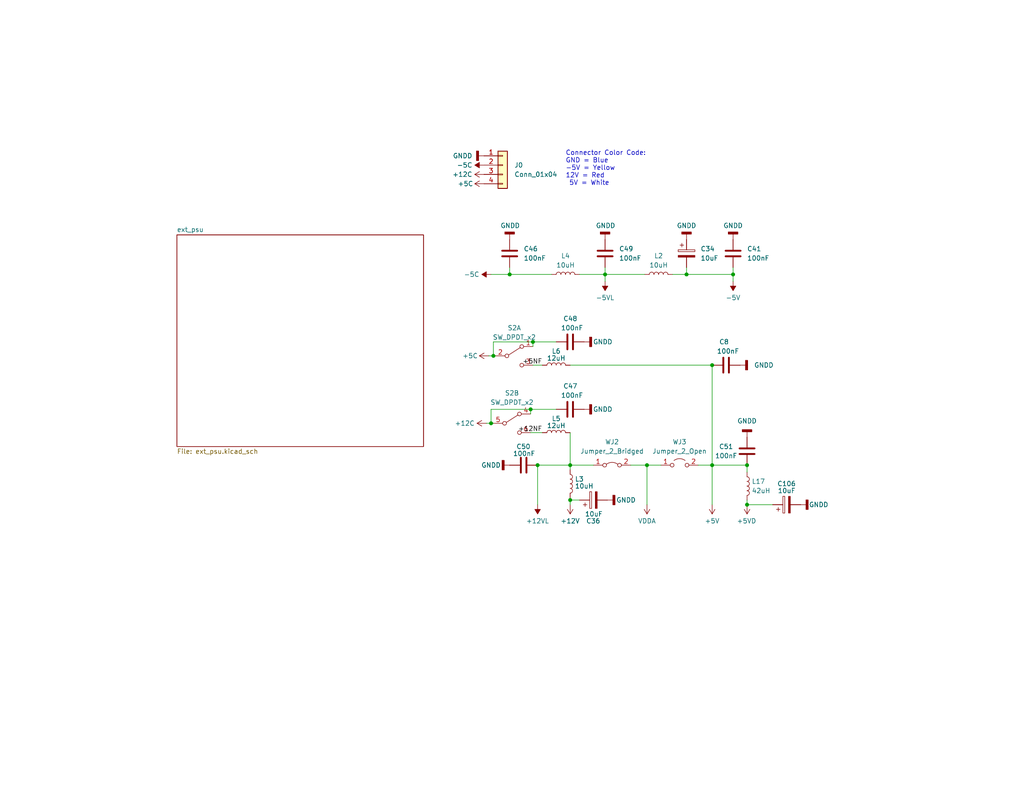
<source format=kicad_sch>
(kicad_sch (version 20211123) (generator eeschema)
  (paper "USLetter")
  (title_block (title "Colecovision Schematic") (date "2023-01-09") (rev "F.0") (comment 1 "Jay Convertino"))
  (lib_symbols
    (symbol "Connector_Generic:Conn_01x04" (pin_names (offset 1.016) hide)
      (property "Reference" "J" (at 0 5.08 0))
      (property "Value" "Conn_01x04" (at 0 -7.62 0))
      (symbol "Conn_01x04_1_1"
        (rectangle (start -1.27 -4.953) (end 0 -5.207) (stroke (width 0.1524)))
        (rectangle (start -1.27 -2.413) (end 0 -2.667) (stroke (width 0.1524)))
        (rectangle (start -1.27 0.127) (end 0 -0.127) (stroke (width 0.1524)))
        (rectangle (start -1.27 2.667) (end 0 2.413) (stroke (width 0.1524)))
        (rectangle (start -1.27 3.81) (end 1.27 -6.35) (stroke (width 0.254)) (fill (type background)))
        (pin passive line (at -5.08 2.54 0) (length 3.81) (name "Pin_1") (number "1"))
        (pin passive line (at -5.08 0 0) (length 3.81) (name "Pin_2") (number "2"))
        (pin passive line (at -5.08 -2.54 0) (length 3.81) (name "Pin_3") (number "3"))
        (pin passive line (at -5.08 -5.08 0) (length 3.81) (name "Pin_4") (number "4"))
      )
    )
    (symbol "Device:C" (pin_numbers hide) (pin_names (offset 0.254))
      (property "Reference" "C" (at 0.635 2.54 0))
      (property "Value" "C" (at 0.635 -2.54 0))
      (symbol "C_0_1"
        (polyline (pts (xy -2.032 -0.762) (xy 2.032 -0.762)) (stroke (width 0.508)))
        (polyline (pts (xy -2.032 0.762) (xy 2.032 0.762)) (stroke (width 0.508)))
      )
      (symbol "C_1_1"
        (pin passive line (at 0 3.81 270) (length 2.794) (name "~") (number "1"))
        (pin passive line (at 0 -3.81 90) (length 2.794) (name "~") (number "2"))
      )
    )
    (symbol "Device:C_Polarized" (pin_numbers hide) (pin_names (offset 0.254))
      (property "Reference" "C" (at 0.635 2.54 0))
      (property "Value" "C_Polarized" (at 0.635 -2.54 0))
      (symbol "C_Polarized_0_1"
        (rectangle (start -2.286 0.508) (end 2.286 1.016))
        (polyline (pts (xy -1.778 2.286) (xy -0.762 2.286)))
        (polyline (pts (xy -1.27 2.794) (xy -1.27 1.778)))
        (rectangle (start 2.286 -0.508) (end -2.286 -1.016) (fill (type outline)))
      )
      (symbol "C_Polarized_1_1"
        (pin passive line (at 0 3.81 270) (length 2.794) (name "~") (number "1"))
        (pin passive line (at 0 -3.81 90) (length 2.794) (name "~") (number "2"))
      )
    )
    (symbol "Device:L" (pin_numbers hide) (pin_names (offset 1.016) hide)
      (property "Reference" "L" (at -1.27 0 90))
      (property "Value" "L" (at 1.905 0 90))
      (symbol "L_0_1"
        (arc (start 0 -2.54) (mid 0.635 -1.905) (end 0 -1.27))
        (arc (start 0 -1.27) (mid 0.635 -0.635) (end 0 0))
        (arc (start 0 0) (mid 0.635 0.635) (end 0 1.27))
        (arc (start 0 1.27) (mid 0.635 1.905) (end 0 2.54))
      )
      (symbol "L_1_1"
        (pin passive line (at 0 3.81 270) (length 1.27) (name "1") (number "1"))
        (pin passive line (at 0 -3.81 90) (length 1.27) (name "2") (number "2"))
      )
    )
    (symbol "Jumper:Jumper_2_Bridged" (pin_names (offset 0) hide)
      (property "Reference" "JP" (at 0 1.905 0))
      (property "Value" "Jumper_2_Bridged" (at 0 -2.54 0))
      (symbol "Jumper_2_Bridged_0_0"
        (circle (center -2.032 0) (radius 0.508))
        (circle (center 2.032 0) (radius 0.508))
      )
      (symbol "Jumper_2_Bridged_0_1"
        (arc (start 1.524 0.254) (mid 0 0.762) (end -1.524 0.254))
      )
      (symbol "Jumper_2_Bridged_1_1"
        (pin passive line (at -5.08 0 0) (length 2.54) (name "A") (number "1"))
        (pin passive line (at 5.08 0 180) (length 2.54) (name "B") (number "2"))
      )
    )
    (symbol "Jumper:Jumper_2_Open" (pin_names (offset 0) hide)
      (property "Reference" "JP" (at 0 2.794 0))
      (property "Value" "Jumper_2_Open" (at 0 -2.286 0))
      (symbol "Jumper_2_Open_0_0"
        (circle (center -2.032 0) (radius 0.508))
        (circle (center 2.032 0) (radius 0.508))
      )
      (symbol "Jumper_2_Open_0_1"
        (arc (start 1.524 1.27) (mid 0 1.778) (end -1.524 1.27))
      )
      (symbol "Jumper_2_Open_1_1"
        (pin passive line (at -5.08 0 0) (length 2.54) (name "A") (number "1"))
        (pin passive line (at 5.08 0 180) (length 2.54) (name "B") (number "2"))
      )
    )
    (symbol "Power_Symbols:+12VL" (power) (pin_names (offset 0))
      (property "Value" "+12VL" (at 0 3.81 0))
      (symbol "+12VL_0_0"
        (pin power_in line (at 0 0 90) (length 0) hide (name "+12VL") (number "1"))
      )
      (symbol "+12VL_0_1"
        (polyline (pts (xy 0 0) (xy 0 1.27) (xy 0.762 1.27) (xy 0 2.54) (xy -0.762 1.27) (xy 0 1.27)) (fill (type outline)))
      )
    )
    (symbol "Power_Symbols:-5C" (power) (pin_names (offset 0))
      (property "Value" "-5C" (at 0 3.81 0))
      (symbol "-5C_0_0"
        (pin power_in line (at 0 0 90) (length 0) hide (name "-5C") (number "1"))
      )
      (symbol "-5C_0_1"
        (polyline (pts (xy 0 0) (xy 0 1.27) (xy 0.762 1.27) (xy 0 2.54) (xy -0.762 1.27) (xy 0 1.27)) (fill (type outline)))
      )
    )
    (symbol "Power_Symbols:-5VL" (power) (pin_names (offset 0))
      (property "Value" "-5VL" (at 0 3.81 0))
      (symbol "-5VL_0_0"
        (pin power_in line (at 0 0 90) (length 0) hide (name "-5VL") (number "1"))
      )
      (symbol "-5VL_0_1"
        (polyline (pts (xy 0 0) (xy 0 1.27) (xy 0.762 1.27) (xy 0 2.54) (xy -0.762 1.27) (xy 0 1.27)) (fill (type outline)))
      )
    )
    (symbol "Switch:SW_DPDT_x2" (pin_names (offset 0) hide)
      (property "Reference" "SW" (at 0 4.318 0))
      (property "Value" "SW_DPDT_x2" (at 0 -5.08 0))
      (symbol "SW_DPDT_x2_0_0"
        (circle (center -2.032 0) (radius 0.508))
        (circle (center 2.032 -2.54) (radius 0.508))
      )
      (symbol "SW_DPDT_x2_0_1"
        (polyline (pts (xy -1.524 0.254) (xy 1.651 2.286)))
        (circle (center 2.032 2.54) (radius 0.508))
      )
      (symbol "SW_DPDT_x2_1_1"
        (pin passive line (at 5.08 2.54 180) (length 2.54) (name "A") (number "1"))
        (pin passive line (at -5.08 0 0) (length 2.54) (name "B") (number "2"))
        (pin passive line (at 5.08 -2.54 180) (length 2.54) (name "C") (number "3"))
      )
      (symbol "SW_DPDT_x2_2_1"
        (pin passive line (at 5.08 2.54 180) (length 2.54) (name "A") (number "4"))
        (pin passive line (at -5.08 0 0) (length 2.54) (name "B") (number "5"))
        (pin passive line (at 5.08 -2.54 180) (length 2.54) (name "C") (number "6"))
      )
    )
    (symbol "power:+12C" (power) (pin_names (offset 0))
      (property "Value" "+12C" (at 0 3.81 0))
      (symbol "+12C_0_1"
        (polyline (pts (xy -0.762 1.27) (xy 0 2.54)))
        (polyline (pts (xy 0 0) (xy 0 2.54)))
        (polyline (pts (xy 0 2.54) (xy 0.762 1.27)))
      )
      (symbol "+12C_1_1"
        (pin power_in line (at 0 0 90) (length 0) hide (name "+12C") (number "1"))
      )
    )
    (symbol "power:+12V" (power) (pin_names (offset 0))
      (property "Value" "+12V" (at 0 3.556 0))
      (symbol "+12V_0_1"
        (polyline (pts (xy -0.762 1.27) (xy 0 2.54)))
        (polyline (pts (xy 0 0) (xy 0 2.54)))
        (polyline (pts (xy 0 2.54) (xy 0.762 1.27)))
      )
      (symbol "+12V_1_1"
        (pin power_in line (at 0 0 90) (length 0) hide (name "+12V") (number "1"))
      )
    )
    (symbol "power:+5C" (power) (pin_names (offset 0))
      (property "Value" "+5C" (at 0 3.556 0))
      (symbol "+5C_0_1"
        (polyline (pts (xy -0.762 1.27) (xy 0 2.54)))
        (polyline (pts (xy 0 0) (xy 0 2.54)))
        (polyline (pts (xy 0 2.54) (xy 0.762 1.27)))
      )
      (symbol "+5C_1_1"
        (pin power_in line (at 0 0 90) (length 0) hide (name "+5C") (number "1"))
      )
    )
    (symbol "power:+5V" (power) (pin_names (offset 0))
      (property "Value" "+5V" (at 0 3.556 0))
      (symbol "+5V_0_1"
        (polyline (pts (xy -0.762 1.27) (xy 0 2.54)))
        (polyline (pts (xy 0 0) (xy 0 2.54)))
        (polyline (pts (xy 0 2.54) (xy 0.762 1.27)))
      )
      (symbol "+5V_1_1"
        (pin power_in line (at 0 0 90) (length 0) hide (name "+5V") (number "1"))
      )
    )
    (symbol "power:+5VD" (power) (pin_names (offset 0))
      (property "Value" "+5VD" (at 0 3.556 0))
      (symbol "+5VD_0_1"
        (polyline (pts (xy -0.762 1.27) (xy 0 2.54)))
        (polyline (pts (xy 0 0) (xy 0 2.54)))
        (polyline (pts (xy 0 2.54) (xy 0.762 1.27)))
      )
      (symbol "+5VD_1_1"
        (pin power_in line (at 0 0 90) (length 0) hide (name "+5VD") (number "1"))
      )
    )
    (symbol "power:-5V" (power) (pin_names (offset 0))
      (property "Value" "-5V" (at 0 3.81 0))
      (symbol "-5V_0_0"
        (pin power_in line (at 0 0 90) (length 0) hide (name "-5V") (number "1"))
      )
      (symbol "-5V_0_1"
        (polyline (pts (xy 0 0) (xy 0 1.27) (xy 0.762 1.27) (xy 0 2.54) (xy -0.762 1.27) (xy 0 1.27)) (fill (type outline)))
      )
    )
    (symbol "power:GNDD" (power) (pin_names (offset 0))
      (property "Value" "GNDD" (at 0 -3.175 0))
      (symbol "GNDD_0_1"
        (rectangle (start -1.27 -1.524) (end 1.27 -2.032) (stroke (width 0.254)) (fill (type outline)))
        (polyline (pts (xy 0 0) (xy 0 -1.524)))
      )
      (symbol "GNDD_1_1"
        (pin power_in line (at 0 0 270) (length 0) hide (name "GNDD") (number "1"))
      )
    )
    (symbol "power:VDDA" (power) (pin_names (offset 0))
      (property "Value" "VDDA" (at 0 3.81 0))
      (symbol "VDDA_0_1"
        (polyline (pts (xy -0.762 1.27) (xy 0 2.54)))
        (polyline (pts (xy 0 0) (xy 0 2.54)))
        (polyline (pts (xy 0 2.54) (xy 0.762 1.27)))
      )
      (symbol "VDDA_1_1"
        (pin power_in line (at 0 0 90) (length 0) hide (name "VDDA") (number "1"))
      )
    )
  )
  (junction (at 194.31 99.695))
  (junction (at 155.575 136.525))
  (junction (at 203.835 127))
  (junction (at 194.31 127))
  (junction (at 146.685 127))
  (junction (at 176.53 127))
  (junction (at 144.78 111.76))
  (junction (at 134.62 97.155))
  (junction (at 203.835 137.795))
  (junction (at 200.025 74.93))
  (junction (at 145.415 93.345))
  (junction (at 187.325 74.93))
  (junction (at 139.065 74.93))
  (junction (at 165.1 74.93))
  (junction (at 155.575 127))
  (junction (at 133.985 115.57))
  (wire (pts (xy 194.31 137.795) (xy 194.31 127)))
  (wire (pts (xy 200.025 76.835) (xy 200.025 74.93)))
  (wire (pts (xy 134.62 97.155) (xy 134.62 93.345)))
  (wire (pts (xy 155.575 136.525) (xy 155.575 137.795)))
  (wire (pts (xy 155.575 99.695) (xy 194.31 99.695)))
  (wire (pts (xy 155.575 127) (xy 155.575 118.11)))
  (wire (pts (xy 155.575 128.27) (xy 155.575 127)))
  (wire (pts (xy 158.115 74.93) (xy 165.1 74.93)))
  (wire (pts (xy 194.31 127) (xy 190.5 127)))
  (wire (pts (xy 203.835 127) (xy 203.835 128.905)))
  (wire (pts (xy 203.835 137.795) (xy 210.82 137.795)))
  (wire (pts (xy 155.575 135.89) (xy 155.575 136.525)))
  (wire (pts (xy 158.115 136.525) (xy 155.575 136.525)))
  (wire (pts (xy 194.31 99.695) (xy 194.31 127)))
  (wire (pts (xy 133.35 97.155) (xy 134.62 97.155)))
  (wire (pts (xy 134.62 93.345) (xy 145.415 93.345)))
  (wire (pts (xy 132.715 115.57) (xy 133.985 115.57)))
  (wire (pts (xy 165.1 74.93) (xy 175.895 74.93)))
  (wire (pts (xy 172.085 127) (xy 176.53 127)))
  (wire (pts (xy 133.985 74.93) (xy 139.065 74.93)))
  (wire (pts (xy 187.325 74.93) (xy 183.515 74.93)))
  (wire (pts (xy 155.575 127) (xy 146.685 127)))
  (wire (pts (xy 200.025 73.025) (xy 200.025 74.93)))
  (wire (pts (xy 165.1 74.93) (xy 165.1 76.835)))
  (wire (pts (xy 133.985 115.57) (xy 134.62 115.57)))
  (wire (pts (xy 176.53 127) (xy 180.34 127)))
  (wire (pts (xy 134.62 97.155) (xy 135.255 97.155)))
  (wire (pts (xy 144.78 111.76) (xy 151.765 111.76)))
  (wire (pts (xy 144.78 118.11) (xy 147.955 118.11)))
  (wire (pts (xy 151.765 93.345) (xy 145.415 93.345)))
  (wire (pts (xy 155.575 127) (xy 161.925 127)))
  (wire (pts (xy 150.495 74.93) (xy 139.065 74.93)))
  (wire (pts (xy 200.025 74.93) (xy 187.325 74.93)))
  (wire (pts (xy 165.1 73.025) (xy 165.1 74.93)))
  (wire (pts (xy 144.78 111.76) (xy 133.985 111.76)))
  (wire (pts (xy 144.78 113.03) (xy 144.78 111.76)))
  (wire (pts (xy 203.835 136.525) (xy 203.835 137.795)))
  (wire (pts (xy 194.31 127) (xy 203.835 127)))
  (wire (pts (xy 145.415 99.695) (xy 147.955 99.695)))
  (wire (pts (xy 176.53 137.795) (xy 176.53 127)))
  (wire (pts (xy 139.065 73.025) (xy 139.065 74.93)))
  (wire (pts (xy 145.415 93.345) (xy 145.415 94.615)))
  (wire (pts (xy 133.985 111.76) (xy 133.985 115.57)))
  (wire (pts (xy 187.325 73.025) (xy 187.325 74.93)))
  (wire (pts (xy 146.685 127) (xy 146.685 137.795)))
  (text "Connector Color Code:\nGND = Blue\n-5V = Yellow\n12V = Red\n 5V = White" (at 154.305 50.8 0) (effects (font (size 1.27 1.27)) (justify left bottom)))
  (label "+12NF" (at 147.955 118.11 180))
  (label "+5NF" (at 147.955 99.695 180))
  (symbol (lib_id "Device:L") (at 151.765 99.695 90) (unit 1)
    (property "Reference" "L6" (at 151.765 95.885 90))
    (property "Value" "12uH" (at 151.765 97.79 90))
    (property "Footprint" "Inductor_THT:L_Axial_L12.8mm_D5.8mm_P25.40mm_Horizontal_Fastron_HBCC" (effects hide))
  )
  (symbol (lib_id "Power_Symbols:-5VL") (at 165.1 76.835 180) (unit 1)
    (property "Reference" "#PWR0123" (effects hide))
    (property "Value" "-5VL" (at 165.1 81.28 0))
  )
  (symbol (lib_id "power:+12V") (at 155.575 137.795 180) (unit 1)
    (property "Reference" "#PWR0108" (effects hide))
    (property "Value" "+12V" (at 155.575 142.24 0))
  )
  (symbol (lib_id "Device:C") (at 203.835 123.19 180) (unit 1)
    (property "Reference" "C51" (at 198.12 121.92 0))
    (property "Value" "100nF" (at 198.12 124.46 0))
    (property "Footprint" "Capacitor_THT:C_Disc_D7.0mm_W2.5mm_P5.00mm" (effects hide))
  )
  (symbol (lib_id "Device:L") (at 179.705 74.93 90) (unit 1)
    (property "Reference" "L2" (at 179.705 69.85 90))
    (property "Value" "10uH" (at 179.705 72.39 90))
    (property "Footprint" "Inductor_THT:L_Axial_L11.0mm_D4.5mm_P7.62mm_Vertical_Fastron_MECC" (effects hide))
  )
  (symbol (lib_id "Device:L") (at 155.575 132.08 0) (unit 1)
    (property "Reference" "L3" (at 156.845 130.8099 0) (effects (justify left)))
    (property "Value" "10uH" (at 156.845 132.715 0) (effects (justify left)))
    (property "Footprint" "Inductor_THT:L_Axial_L11.0mm_D4.5mm_P7.62mm_Vertical_Fastron_MECC" (effects hide))
  )
  (symbol (lib_id "power:+12C") (at 132.08 47.625 90) (unit 1)
    (property "Reference" "#PWR0116" (effects hide))
    (property "Value" "+12C" (at 128.905 47.625 90) (effects (justify left)))
  )
  (symbol (lib_id "power:VDDA") (at 176.53 137.795 180) (unit 1)
    (property "Reference" "#PWR0107" (effects hide))
    (property "Value" "VDDA" (at 176.53 142.24 0))
  )
  (symbol (lib_id "Device:C") (at 155.575 93.345 270) (unit 1)
    (property "Reference" "C48" (at 153.67 86.995 90) (effects (justify left)))
    (property "Value" "100nF" (at 153.035 89.535 90) (effects (justify left)))
    (property "Footprint" "Capacitor_THT:C_Disc_D7.0mm_W2.5mm_P5.00mm" (effects hide))
  )
  (symbol (lib_id "Switch:SW_DPDT_x2") (at 139.7 115.57 0) (unit 2)
    (property "Reference" "S2" (at 139.7 107.315 0))
    (property "Value" "SW_DPDT_x2" (at 139.7 109.855 0))
    (property "Footprint" "Switches_THT:DPDT_GF-626-0061" (effects hide))
  )
  (symbol (lib_id "power:GNDD") (at 165.735 136.525 90) (unit 1)
    (property "Reference" "#PWR0268" (effects hide))
    (property "Value" "GNDD" (at 170.815 136.525 90))
  )
  (symbol (lib_id "Power_Symbols:+12VL") (at 146.685 137.795 0) (mirror x) (unit 1)
    (property "Reference" "#PWR0109" (effects hide))
    (property "Value" "+12VL" (at 143.51 142.24 0) (effects (justify left)))
  )
  (symbol (lib_id "Device:C") (at 198.12 99.695 270) (unit 1)
    (property "Reference" "C8" (at 196.215 93.345 90) (effects (justify left)))
    (property "Value" "100nF" (at 195.58 95.885 90) (effects (justify left)))
    (property "Footprint" "Capacitor_THT:C_Disc_D7.0mm_W2.5mm_P5.00mm" (effects hide))
  )
  (symbol (lib_id "power:GNDD") (at 159.385 93.345 90) (unit 1)
    (property "Reference" "#PWR0106" (effects hide))
    (property "Value" "GNDD" (at 164.465 93.345 90))
  )
  (symbol (lib_id "power:GNDD") (at 139.065 127 270) (mirror x) (unit 1)
    (property "Reference" "#PWR0112" (effects hide))
    (property "Value" "GNDD" (at 133.985 127 90))
  )
  (symbol (lib_id "Device:C_Polarized") (at 214.63 137.795 90) (unit 1)
    (property "Reference" "C106" (at 214.63 132.08 90))
    (property "Value" "10uF" (at 214.63 133.985 90))
    (property "Footprint" "Capacitor_THT:CP_Radial_Tantal_D4.5mm_P2.50mm" (effects hide))
  )
  (symbol (lib_id "power:+5C") (at 132.08 50.165 90) (unit 1)
    (property "Reference" "#PWR0117" (effects hide))
    (property "Value" "+5C" (at 127 50.165 90))
  )
  (symbol (lib_id "power:GNDD") (at 200.025 65.405 180) (unit 1)
    (property "Reference" "#PWR0122" (effects hide))
    (property "Value" "GNDD" (at 200.025 61.595 0))
  )
  (symbol (lib_id "power:GNDD") (at 165.1 65.405 180) (unit 1)
    (property "Reference" "#PWR0119" (effects hide))
    (property "Value" "GNDD" (at 162.56 61.595 0) (effects (justify right)))
  )
  (symbol (lib_id "Device:C_Polarized") (at 187.325 69.215 0) (unit 1)
    (property "Reference" "C34" (at 191.135 67.945 0) (effects (justify left)))
    (property "Value" "10uF" (at 191.135 70.485 0) (effects (justify left)))
    (property "Footprint" "Capacitor_THT:CP_Radial_Tantal_D4.5mm_P5.00mm" (effects hide))
  )
  (symbol (lib_id "power:GNDD") (at 203.835 119.38 180) (unit 1)
    (property "Reference" "#PWR0103" (effects hide))
    (property "Value" "GNDD" (at 203.835 114.935 0))
  )
  (symbol (lib_id "Device:C") (at 155.575 111.76 270) (unit 1)
    (property "Reference" "C47" (at 153.67 105.41 90) (effects (justify left)))
    (property "Value" "100nF" (at 153.035 107.95 90) (effects (justify left)))
    (property "Footprint" "Capacitor_THT:C_Disc_D7.0mm_W2.5mm_P5.00mm" (effects hide))
  )
  (symbol (lib_id "Device:C") (at 165.1 69.215 0) (unit 1)
    (property "Reference" "C49" (at 168.91 67.9449 0) (effects (justify left)))
    (property "Value" "100nF" (at 168.91 70.4849 0) (effects (justify left)))
    (property "Footprint" "Capacitor_THT:C_Disc_D7.0mm_W2.5mm_P5.00mm" (effects hide))
  )
  (symbol (lib_id "Device:L") (at 154.305 74.93 90) (unit 1)
    (property "Reference" "L4" (at 154.305 69.85 90))
    (property "Value" "10uH" (at 154.305 72.39 90))
    (property "Footprint" "Inductor_THT:L_Axial_L11.0mm_D4.5mm_P7.62mm_Vertical_Fastron_MECC" (effects hide))
  )
  (symbol (lib_id "power:GNDD") (at 132.08 42.545 270) (unit 1)
    (property "Reference" "#PWR0115" (effects hide))
    (property "Value" "GNDD" (at 128.905 42.545 90) (effects (justify right)))
  )
  (symbol (lib_id "Device:C") (at 139.065 69.215 0) (unit 1)
    (property "Reference" "C46" (at 142.875 67.9449 0) (effects (justify left)))
    (property "Value" "100nF" (at 142.875 70.4849 0) (effects (justify left)))
    (property "Footprint" "Capacitor_THT:C_Disc_D7.0mm_W2.5mm_P5.00mm" (effects hide))
  )
  (symbol (lib_id "power:GNDD") (at 159.385 111.76 90) (unit 1)
    (property "Reference" "#PWR0105" (effects hide))
    (property "Value" "GNDD" (at 164.465 111.76 90))
  )
  (symbol (lib_id "Power_Symbols:-5C") (at 133.985 74.93 90) (unit 1)
    (property "Reference" "#PWR0114" (effects hide))
    (property "Value" "-5C" (at 130.81 74.9299 90) (effects (justify left)))
  )
  (symbol (lib_id "power:GNDD") (at 201.93 99.695 90) (unit 1)
    (property "Reference" "#PWR0262" (effects hide))
    (property "Value" "GNDD" (at 205.74 99.6949 90) (effects (justify right)))
  )
  (symbol (lib_id "Jumper:Jumper_2_Bridged") (at 167.005 127 0) (unit 1)
    (property "Reference" "WJ2" (at 167.005 120.65 0))
    (property "Value" "Jumper_2_Bridged" (at 167.005 123.19 0))
    (property "Footprint" "Resistor_THT:R_Axial_DIN0207_L6.3mm_D2.5mm_P15.24mm_Horizontal" (effects hide))
  )
  (symbol (lib_id "Switch:SW_DPDT_x2") (at 140.335 97.155 0) (unit 1)
    (property "Reference" "S2" (at 140.335 89.535 0))
    (property "Value" "SW_DPDT_x2" (at 140.335 92.075 0))
    (property "Footprint" "Switches_THT:DPDT_GF-626-0061" (effects hide))
  )
  (symbol (lib_id "power:GNDD") (at 218.44 137.795 90) (unit 1)
    (property "Reference" "#PWR0101" (effects hide))
    (property "Value" "GNDD" (at 226.06 137.795 90) (effects (justify left)))
  )
  (symbol (lib_id "power:GNDD") (at 187.325 65.405 180) (unit 1)
    (property "Reference" "#PWR0121" (effects hide))
    (property "Value" "GNDD" (at 187.325 61.595 0))
  )
  (symbol (lib_id "Jumper:Jumper_2_Open") (at 185.42 127 0) (unit 1)
    (property "Reference" "WJ3" (at 185.42 120.65 0))
    (property "Value" "Jumper_2_Open" (at 185.42 123.19 0))
    (property "Footprint" "Resistor_THT:R_Axial_DIN0207_L6.3mm_D2.5mm_P15.24mm_Horizontal" (effects hide))
  )
  (symbol (lib_id "power:+5VD") (at 203.835 137.795 180) (unit 1)
    (property "Reference" "#PWR0104" (effects hide))
    (property "Value" "+5VD" (at 206.375 142.24 0) (effects (justify left)))
  )
  (symbol (lib_id "Device:L") (at 203.835 132.715 0) (unit 1)
    (property "Reference" "L17" (at 205.105 131.4449 0) (effects (justify left)))
    (property "Value" "42uH" (at 205.105 133.9849 0) (effects (justify left)))
    (property "Footprint" "Inductor_THT:L_Axial_L11.0mm_D4.5mm_P7.62mm_Vertical_Fastron_MECC" (effects hide))
  )
  (symbol (lib_id "power:+5V") (at 194.31 137.795 180) (unit 1)
    (property "Reference" "#PWR0102" (effects hide))
    (property "Value" "+5V" (at 194.31 142.24 0))
  )
  (symbol (lib_id "Device:C") (at 200.025 69.215 0) (unit 1)
    (property "Reference" "C41" (at 203.835 67.945 0) (effects (justify left)))
    (property "Value" "100nF" (at 203.835 70.485 0) (effects (justify left)))
    (property "Footprint" "Capacitor_THT:C_Disc_D7.0mm_W2.5mm_P5.00mm" (effects hide))
  )
  (symbol (lib_id "power:+12C") (at 132.715 115.57 90) (unit 1)
    (property "Reference" "#PWR0111" (effects hide))
    (property "Value" "+12C" (at 129.54 115.57 90) (effects (justify left)))
  )
  (symbol (lib_id "Device:C") (at 142.875 127 90) (mirror x) (unit 1)
    (property "Reference" "C50" (at 144.78 121.92 90) (effects (justify left)))
    (property "Value" "100nF" (at 146.05 123.825 90) (effects (justify left)))
    (property "Footprint" "Capacitor_THT:C_Disc_D7.0mm_W2.5mm_P5.00mm" (effects hide))
  )
  (symbol (lib_id "Device:L") (at 151.765 118.11 90) (unit 1)
    (property "Reference" "L5" (at 151.765 114.3 90))
    (property "Value" "12uH" (at 151.765 116.205 90))
    (property "Footprint" "Inductor_THT:L_Axial_L12.8mm_D5.8mm_P25.40mm_Horizontal_Fastron_HBCC" (effects hide))
  )
  (symbol (lib_id "power:GNDD") (at 139.065 65.405 180) (unit 1)
    (property "Reference" "#PWR0113" (effects hide))
    (property "Value" "GNDD" (at 136.525 61.595 0) (effects (justify right)))
  )
  (symbol (lib_id "Connector_Generic:Conn_01x04") (at 137.16 45.085 0) (unit 1)
    (property "Reference" "J0" (at 140.335 45.0849 0) (effects (justify left)))
    (property "Value" "Conn_01x04" (at 140.335 47.6249 0) (effects (justify left)))
    (property "Footprint" "Connector_Molex:Molex_KK-396_A-41791-0004_1x04_P3.96mm_Vertical" (effects hide))
  )
  (symbol (lib_id "power:-5V") (at 200.025 76.835 180) (unit 1)
    (property "Reference" "#PWR0120" (effects hide))
    (property "Value" "-5V" (at 200.025 81.28 0))
  )
  (symbol (lib_id "Device:C_Polarized") (at 161.925 136.525 90) (unit 1)
    (property "Reference" "C36" (at 163.83 142.24 90) (effects (justify left)))
    (property "Value" "10uF" (at 164.465 140.335 90) (effects (justify left)))
    (property "Footprint" "Capacitor_THT:CP_Radial_Tantal_D4.5mm_P5.00mm" (effects hide))
  )
  (symbol (lib_id "Power_Symbols:-5C") (at 132.08 45.085 90) (unit 1)
    (property "Reference" "#PWR0118" (effects hide))
    (property "Value" "-5C" (at 128.905 45.0849 90) (effects (justify left)))
  )
  (symbol (lib_id "power:+5C") (at 133.35 97.155 90) (unit 1)
    (property "Reference" "#PWR0110" (effects hide))
    (property "Value" "+5C" (at 128.27 97.155 90))
  )
  (sheet (at 48.26 64.135) (size 67.31 57.785) (stroke (width 0.1524))
    (property "Sheet name" "ext_psu" (at 48.26 63.4234 0) (effects (justify left bottom)))
    (property "Sheet file" "ext_psu.kicad_sch" (at 48.26 122.5046 0) (effects (justify left top)))
  )
)
</source>
